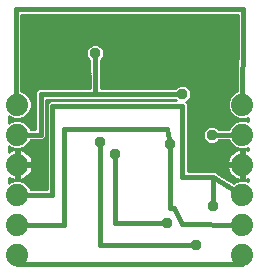
<source format=gbl>
G75*
%MOIN*%
%OFA0B0*%
%FSLAX24Y24*%
%IPPOS*%
%LPD*%
%AMOC8*
5,1,8,0,0,1.08239X$1,22.5*
%
%ADD10C,0.0740*%
%ADD11C,0.0100*%
%ADD12C,0.0160*%
%ADD13C,0.0376*%
D10*
X000670Y003476D03*
X000670Y004476D03*
X000670Y005476D03*
X000670Y006476D03*
X000670Y007476D03*
X000670Y008476D03*
X008170Y008476D03*
X008170Y007476D03*
X008170Y006476D03*
X008170Y005476D03*
X008170Y004476D03*
X008170Y003476D03*
D11*
X007884Y005869D02*
X007316Y006209D01*
X007279Y006248D01*
X007278Y006248D01*
X007277Y006249D01*
X007251Y006249D01*
X007228Y006262D01*
X007175Y006249D01*
X006360Y006259D01*
X006360Y008512D01*
X006310Y008562D01*
X006339Y008574D01*
X006423Y008658D01*
X006468Y008767D01*
X006468Y008886D01*
X006423Y008996D01*
X006339Y009079D01*
X006229Y009125D01*
X006111Y009125D01*
X006001Y009079D01*
X005938Y009017D01*
X003464Y009017D01*
X003453Y009960D01*
X003513Y010020D01*
X003559Y010130D01*
X003559Y010248D01*
X003513Y010358D01*
X003429Y010442D01*
X003320Y010487D01*
X003201Y010487D01*
X003092Y010442D01*
X003008Y010358D01*
X002963Y010248D01*
X002963Y010130D01*
X003008Y010020D01*
X003073Y009955D01*
X003084Y009017D01*
X001367Y009017D01*
X001256Y008905D01*
X001256Y007666D01*
X001111Y007666D01*
X001077Y007748D01*
X000942Y007883D01*
X000766Y007956D01*
X000575Y007956D01*
X000398Y007883D01*
X000382Y007867D01*
X000381Y008086D01*
X000398Y008069D01*
X000575Y007996D01*
X000766Y007996D01*
X000942Y008069D01*
X001077Y008204D01*
X001150Y008381D01*
X001150Y008572D01*
X001077Y008748D01*
X000942Y008883D01*
X000801Y008942D01*
X000801Y011467D01*
X008012Y011467D01*
X008012Y011033D01*
X007986Y008919D01*
X007898Y008883D01*
X007763Y008748D01*
X007690Y008572D01*
X007690Y008381D01*
X007763Y008204D01*
X007898Y008069D01*
X008075Y007996D01*
X008266Y007996D01*
X008375Y008042D01*
X008375Y007911D01*
X008266Y007956D01*
X008075Y007956D01*
X007898Y007883D01*
X007763Y007748D01*
X007729Y007666D01*
X007362Y007666D01*
X007315Y007713D01*
X007206Y007759D01*
X007087Y007759D01*
X006978Y007713D01*
X006894Y007629D01*
X006848Y007520D01*
X006848Y007401D01*
X006894Y007292D01*
X006978Y007208D01*
X007087Y007163D01*
X007206Y007163D01*
X007315Y007208D01*
X007394Y007286D01*
X007729Y007286D01*
X007763Y007204D01*
X007898Y007069D01*
X008075Y006996D01*
X008266Y006996D01*
X008376Y007042D01*
X008376Y006955D01*
X008370Y006958D01*
X008292Y006984D01*
X008220Y006995D01*
X008220Y006526D01*
X008120Y006526D01*
X008120Y006426D01*
X008220Y006426D01*
X008220Y005958D01*
X008292Y005969D01*
X008370Y005994D01*
X008376Y005998D01*
X008376Y005911D01*
X008266Y005956D01*
X008075Y005956D01*
X007898Y005883D01*
X007884Y005869D01*
X007893Y005878D02*
X007869Y005878D01*
X007970Y005994D02*
X007898Y006032D01*
X007831Y006080D01*
X007773Y006138D01*
X007725Y006204D01*
X007688Y006277D01*
X007663Y006355D01*
X007652Y006426D01*
X008120Y006426D01*
X008120Y005958D01*
X008048Y005969D01*
X007970Y005994D01*
X008025Y005977D02*
X007704Y005977D01*
X007837Y006075D02*
X007540Y006075D01*
X007376Y006174D02*
X007747Y006174D01*
X007690Y006272D02*
X006360Y006272D01*
X006360Y006371D02*
X007660Y006371D01*
X007652Y006526D02*
X008120Y006526D01*
X008120Y006995D01*
X008048Y006984D01*
X007970Y006958D01*
X007898Y006921D01*
X007831Y006873D01*
X007773Y006815D01*
X007725Y006749D01*
X007688Y006676D01*
X007663Y006598D01*
X007652Y006526D01*
X007658Y006568D02*
X006360Y006568D01*
X006360Y006666D02*
X007685Y006666D01*
X007737Y006765D02*
X006360Y006765D01*
X006360Y006863D02*
X007822Y006863D01*
X007920Y007060D02*
X006360Y007060D01*
X006360Y006962D02*
X007982Y006962D01*
X008120Y006962D02*
X008220Y006962D01*
X008220Y006863D02*
X008120Y006863D01*
X008120Y006765D02*
X008220Y006765D01*
X008220Y006666D02*
X008120Y006666D01*
X008120Y006568D02*
X008220Y006568D01*
X008120Y006469D02*
X006360Y006469D01*
X006360Y007159D02*
X007809Y007159D01*
X007741Y007257D02*
X007365Y007257D01*
X007227Y007750D02*
X007765Y007750D01*
X007863Y007848D02*
X006360Y007848D01*
X006360Y007750D02*
X007066Y007750D01*
X006916Y007651D02*
X006360Y007651D01*
X006360Y007553D02*
X006862Y007553D01*
X006848Y007454D02*
X006360Y007454D01*
X006360Y007356D02*
X006867Y007356D01*
X006928Y007257D02*
X006360Y007257D01*
X006360Y007947D02*
X008052Y007947D01*
X007956Y008045D02*
X006360Y008045D01*
X006360Y008144D02*
X007824Y008144D01*
X007747Y008242D02*
X006360Y008242D01*
X006360Y008341D02*
X007707Y008341D01*
X007690Y008439D02*
X006360Y008439D01*
X006334Y008538D02*
X007690Y008538D01*
X007717Y008636D02*
X006401Y008636D01*
X006455Y008735D02*
X007758Y008735D01*
X007848Y008833D02*
X006468Y008833D01*
X006449Y008932D02*
X007986Y008932D01*
X007987Y009030D02*
X006388Y009030D01*
X005952Y009030D02*
X003464Y009030D01*
X003463Y009129D02*
X007988Y009129D01*
X007989Y009227D02*
X003462Y009227D01*
X003461Y009326D02*
X007991Y009326D01*
X007992Y009424D02*
X003459Y009424D01*
X003458Y009523D02*
X007993Y009523D01*
X007994Y009621D02*
X003457Y009621D01*
X003456Y009720D02*
X007995Y009720D01*
X007997Y009818D02*
X003455Y009818D01*
X003454Y009917D02*
X007998Y009917D01*
X007999Y010015D02*
X003509Y010015D01*
X003552Y010114D02*
X008000Y010114D01*
X008001Y010212D02*
X003559Y010212D01*
X003533Y010311D02*
X008003Y010311D01*
X008004Y010409D02*
X003462Y010409D01*
X003059Y010409D02*
X000801Y010409D01*
X000801Y010311D02*
X002988Y010311D01*
X002963Y010212D02*
X000801Y010212D01*
X000801Y010114D02*
X002969Y010114D01*
X003013Y010015D02*
X000801Y010015D01*
X000801Y009917D02*
X003074Y009917D01*
X003075Y009818D02*
X000801Y009818D01*
X000801Y009720D02*
X003076Y009720D01*
X003077Y009621D02*
X000801Y009621D01*
X000801Y009523D02*
X003078Y009523D01*
X003079Y009424D02*
X000801Y009424D01*
X000801Y009326D02*
X003081Y009326D01*
X003082Y009227D02*
X000801Y009227D01*
X000801Y009129D02*
X003083Y009129D01*
X003084Y009030D02*
X000801Y009030D01*
X000825Y008932D02*
X001282Y008932D01*
X001256Y008833D02*
X000992Y008833D01*
X001083Y008735D02*
X001256Y008735D01*
X001256Y008636D02*
X001123Y008636D01*
X001150Y008538D02*
X001256Y008538D01*
X001256Y008439D02*
X001150Y008439D01*
X001133Y008341D02*
X001256Y008341D01*
X001256Y008242D02*
X001093Y008242D01*
X001016Y008144D02*
X001256Y008144D01*
X001256Y008045D02*
X000884Y008045D01*
X000977Y007848D02*
X001256Y007848D01*
X001256Y007750D02*
X001075Y007750D01*
X001256Y007947D02*
X000788Y007947D01*
X000552Y007947D02*
X000381Y007947D01*
X000381Y008045D02*
X000456Y008045D01*
X000382Y007085D02*
X000398Y007069D01*
X000575Y006996D01*
X000766Y006996D01*
X000942Y007069D01*
X001077Y007204D01*
X001111Y007286D01*
X001524Y007286D01*
X001636Y007398D01*
X001636Y008637D01*
X003199Y008637D01*
X003200Y008636D01*
X003277Y008637D01*
X005938Y008637D01*
X005952Y008623D01*
X001761Y008623D01*
X001649Y008512D01*
X001649Y008354D01*
X001649Y005666D01*
X001111Y005666D01*
X001077Y005748D01*
X000942Y005883D01*
X000766Y005956D01*
X000575Y005956D01*
X000398Y005883D01*
X000383Y005868D01*
X000383Y006042D01*
X000398Y006032D01*
X000470Y005994D01*
X000548Y005969D01*
X000620Y005958D01*
X000620Y006426D01*
X000720Y006426D01*
X000720Y005958D01*
X000792Y005969D01*
X000870Y005994D01*
X000943Y006032D01*
X001009Y006080D01*
X001067Y006138D01*
X001115Y006204D01*
X001152Y006277D01*
X001177Y006355D01*
X001189Y006426D01*
X000720Y006426D01*
X000720Y006526D01*
X001189Y006526D01*
X001177Y006598D01*
X001152Y006676D01*
X001115Y006749D01*
X001067Y006815D01*
X001009Y006873D01*
X000943Y006921D01*
X000870Y006958D01*
X000792Y006984D01*
X000720Y006995D01*
X000720Y006526D01*
X000620Y006526D01*
X000620Y006995D01*
X000548Y006984D01*
X000470Y006958D01*
X000398Y006921D01*
X000382Y006910D01*
X000382Y007085D01*
X000382Y007060D02*
X000420Y007060D01*
X000382Y006962D02*
X000482Y006962D01*
X000620Y006962D02*
X000720Y006962D01*
X000720Y006863D02*
X000620Y006863D01*
X000620Y006765D02*
X000720Y006765D01*
X000720Y006666D02*
X000620Y006666D01*
X000620Y006568D02*
X000720Y006568D01*
X000720Y006469D02*
X001649Y006469D01*
X001649Y006371D02*
X001180Y006371D01*
X001150Y006272D02*
X001649Y006272D01*
X001649Y006174D02*
X001093Y006174D01*
X001003Y006075D02*
X001649Y006075D01*
X001649Y005977D02*
X000816Y005977D01*
X000720Y005977D02*
X000620Y005977D01*
X000620Y006075D02*
X000720Y006075D01*
X000720Y006174D02*
X000620Y006174D01*
X000620Y006272D02*
X000720Y006272D01*
X000720Y006371D02*
X000620Y006371D01*
X000525Y005977D02*
X000383Y005977D01*
X000383Y005878D02*
X000393Y005878D01*
X000947Y005878D02*
X001649Y005878D01*
X001649Y005780D02*
X001045Y005780D01*
X001105Y005681D02*
X001649Y005681D01*
X001649Y006568D02*
X001182Y006568D01*
X001155Y006666D02*
X001649Y006666D01*
X001649Y006765D02*
X001103Y006765D01*
X001018Y006863D02*
X001649Y006863D01*
X001649Y006962D02*
X000859Y006962D01*
X000920Y007060D02*
X001649Y007060D01*
X001649Y007159D02*
X001031Y007159D01*
X001099Y007257D02*
X001649Y007257D01*
X001649Y007356D02*
X001594Y007356D01*
X001636Y007454D02*
X001649Y007454D01*
X001636Y007553D02*
X001649Y007553D01*
X001636Y007651D02*
X001649Y007651D01*
X001636Y007750D02*
X001649Y007750D01*
X001636Y007848D02*
X001649Y007848D01*
X001636Y007947D02*
X001649Y007947D01*
X001636Y008045D02*
X001649Y008045D01*
X001636Y008144D02*
X001649Y008144D01*
X001636Y008242D02*
X001649Y008242D01*
X001636Y008341D02*
X001649Y008341D01*
X001636Y008439D02*
X001649Y008439D01*
X001636Y008538D02*
X001675Y008538D01*
X001636Y008636D02*
X003199Y008636D01*
X003243Y008636D02*
X005939Y008636D01*
X008005Y010508D02*
X000801Y010508D01*
X000801Y010606D02*
X008006Y010606D01*
X008008Y010705D02*
X000801Y010705D01*
X000801Y010803D02*
X008009Y010803D01*
X008010Y010902D02*
X000801Y010902D01*
X000801Y011000D02*
X008011Y011000D01*
X008012Y011099D02*
X000801Y011099D01*
X000801Y011197D02*
X008012Y011197D01*
X008012Y011296D02*
X000801Y011296D01*
X000801Y011394D02*
X008012Y011394D01*
X008288Y007947D02*
X008375Y007947D01*
X008359Y006962D02*
X008376Y006962D01*
X008220Y006371D02*
X008120Y006371D01*
X008120Y006272D02*
X008220Y006272D01*
X008220Y006174D02*
X008120Y006174D01*
X008120Y006075D02*
X008220Y006075D01*
X008220Y005977D02*
X008120Y005977D01*
X008316Y005977D02*
X008376Y005977D01*
D12*
X008174Y003157D02*
X000670Y003157D01*
X000670Y003476D01*
X000670Y004476D02*
X002233Y004476D01*
X002233Y007646D01*
X005670Y007646D01*
X005749Y007161D01*
X005757Y005024D01*
X005887Y005012D01*
X006146Y004484D01*
X008170Y004476D01*
X008174Y003476D02*
X008170Y003476D01*
X008174Y003476D02*
X008174Y003157D01*
X007194Y005087D02*
X007198Y006059D01*
X006170Y006071D01*
X006170Y008433D01*
X001839Y008433D01*
X001839Y005476D01*
X000670Y005476D01*
X000670Y007476D02*
X001446Y007476D01*
X001446Y008827D01*
X003276Y008827D01*
X003261Y010189D01*
X003276Y008827D02*
X006170Y008827D01*
X006629Y009221D02*
X006629Y009358D01*
X004406Y009358D01*
X003434Y007236D02*
X003418Y003787D01*
X006627Y003799D01*
X005654Y004512D02*
X003930Y004512D01*
X003930Y006815D01*
X006643Y006472D02*
X006629Y009221D01*
X006619Y011232D01*
X008202Y011031D02*
X008170Y008476D01*
X008170Y007476D02*
X007146Y007476D01*
X007146Y007461D01*
X006643Y006472D02*
X008170Y006476D01*
X008170Y005476D02*
X007198Y006059D01*
X008202Y011031D02*
X008202Y011657D01*
X000611Y011657D01*
X000611Y008476D01*
X000670Y008476D01*
D13*
X003261Y010189D03*
X004406Y009358D03*
X003434Y007236D03*
X003930Y006815D03*
X005654Y004512D03*
X006627Y003799D03*
X007194Y005087D03*
X005749Y007161D03*
X006170Y008827D03*
X007146Y007461D03*
X006619Y011232D03*
M02*

</source>
